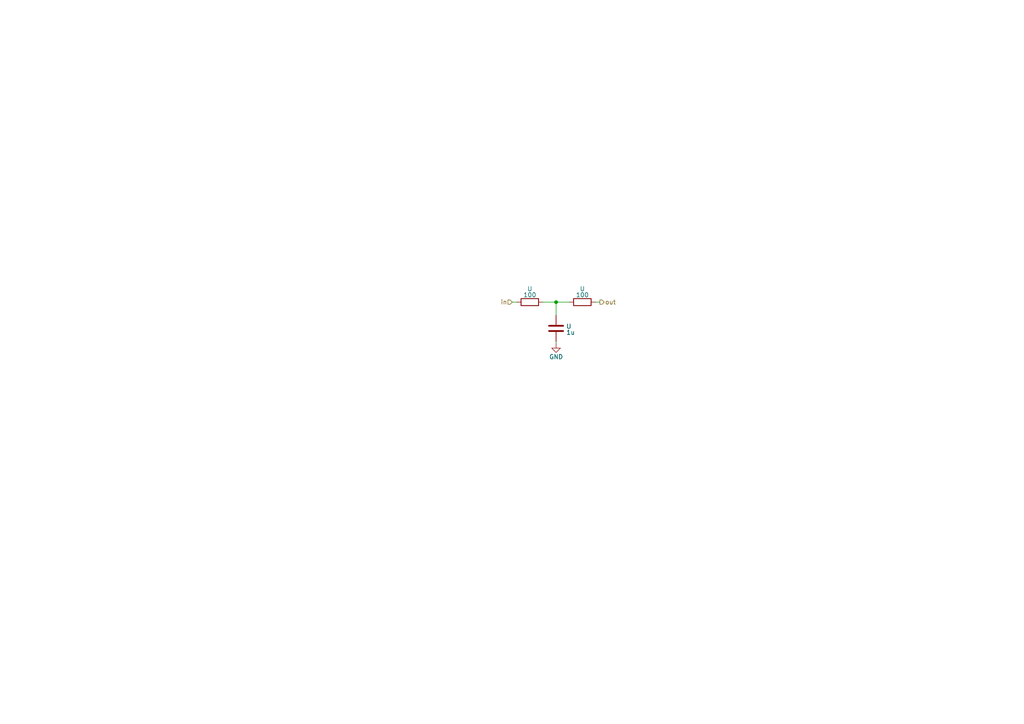
<source format=kicad_sch>
(kicad_sch (version 20230121) (generator eeschema)

  (uuid 653165f2-b395-46b4-92da-df4011983d82)

  (paper "A4")

  (lib_symbols
    (symbol "Device:C" (pin_numbers hide) (pin_names (offset 0.254)) (in_bom yes) (on_board yes)
      (property "Reference" "C" (at 0.635 2.54 0)
        (effects (font (size 1.27 1.27)) (justify left))
      )
      (property "Value" "C" (at 0.635 -2.54 0)
        (effects (font (size 1.27 1.27)) (justify left))
      )
      (property "Footprint" "" (at 0.9652 -3.81 0)
        (effects (font (size 1.27 1.27)) hide)
      )
      (property "Datasheet" "~" (at 0 0 0)
        (effects (font (size 1.27 1.27)) hide)
      )
      (property "ki_keywords" "cap capacitor" (at 0 0 0)
        (effects (font (size 1.27 1.27)) hide)
      )
      (property "ki_description" "Unpolarized capacitor" (at 0 0 0)
        (effects (font (size 1.27 1.27)) hide)
      )
      (property "ki_fp_filters" "C_*" (at 0 0 0)
        (effects (font (size 1.27 1.27)) hide)
      )
      (symbol "C_0_1"
        (polyline
          (pts
            (xy -2.032 -0.762)
            (xy 2.032 -0.762)
          )
          (stroke (width 0.508) (type default))
          (fill (type none))
        )
        (polyline
          (pts
            (xy -2.032 0.762)
            (xy 2.032 0.762)
          )
          (stroke (width 0.508) (type default))
          (fill (type none))
        )
      )
      (symbol "C_1_1"
        (pin passive line (at 0 3.81 270) (length 2.794)
          (name "~" (effects (font (size 1.27 1.27))))
          (number "1" (effects (font (size 1.27 1.27))))
        )
        (pin passive line (at 0 -3.81 90) (length 2.794)
          (name "~" (effects (font (size 1.27 1.27))))
          (number "2" (effects (font (size 1.27 1.27))))
        )
      )
    )
    (symbol "Device:R" (pin_numbers hide) (pin_names (offset 0)) (in_bom yes) (on_board yes)
      (property "Reference" "R" (at 2.032 0 90)
        (effects (font (size 1.27 1.27)))
      )
      (property "Value" "R" (at 0 0 90)
        (effects (font (size 1.27 1.27)))
      )
      (property "Footprint" "" (at -1.778 0 90)
        (effects (font (size 1.27 1.27)) hide)
      )
      (property "Datasheet" "~" (at 0 0 0)
        (effects (font (size 1.27 1.27)) hide)
      )
      (property "ki_keywords" "R res resistor" (at 0 0 0)
        (effects (font (size 1.27 1.27)) hide)
      )
      (property "ki_description" "Resistor" (at 0 0 0)
        (effects (font (size 1.27 1.27)) hide)
      )
      (property "ki_fp_filters" "R_*" (at 0 0 0)
        (effects (font (size 1.27 1.27)) hide)
      )
      (symbol "R_0_1"
        (rectangle (start -1.016 -2.54) (end 1.016 2.54)
          (stroke (width 0.254) (type default))
          (fill (type none))
        )
      )
      (symbol "R_1_1"
        (pin passive line (at 0 3.81 270) (length 1.27)
          (name "~" (effects (font (size 1.27 1.27))))
          (number "1" (effects (font (size 1.27 1.27))))
        )
        (pin passive line (at 0 -3.81 90) (length 1.27)
          (name "~" (effects (font (size 1.27 1.27))))
          (number "2" (effects (font (size 1.27 1.27))))
        )
      )
    )
    (symbol "power:GND" (power) (pin_names (offset 0)) (in_bom yes) (on_board yes)
      (property "Reference" "#PWR" (at 0 -6.35 0)
        (effects (font (size 1.27 1.27)) hide)
      )
      (property "Value" "GND" (at 0 -3.81 0)
        (effects (font (size 1.27 1.27)))
      )
      (property "Footprint" "" (at 0 0 0)
        (effects (font (size 1.27 1.27)) hide)
      )
      (property "Datasheet" "" (at 0 0 0)
        (effects (font (size 1.27 1.27)) hide)
      )
      (property "ki_keywords" "power-flag" (at 0 0 0)
        (effects (font (size 1.27 1.27)) hide)
      )
      (property "ki_description" "Power symbol creates a global label with name \"GND\" , ground" (at 0 0 0)
        (effects (font (size 1.27 1.27)) hide)
      )
      (symbol "GND_0_1"
        (polyline
          (pts
            (xy 0 0)
            (xy 0 -1.27)
            (xy 1.27 -1.27)
            (xy 0 -2.54)
            (xy -1.27 -1.27)
            (xy 0 -1.27)
          )
          (stroke (width 0) (type default))
          (fill (type none))
        )
      )
      (symbol "GND_1_1"
        (pin power_in line (at 0 0 270) (length 0) hide
          (name "GND" (effects (font (size 1.27 1.27))))
          (number "1" (effects (font (size 1.27 1.27))))
        )
      )
    )
  )

  (junction (at 161.29 87.63) (diameter 0) (color 0 0 0 0)
    (uuid 61a8c1a2-e2dd-4c64-a18f-a9d84004e6c2)
  )

  (wire (pts (xy 148.59 87.63) (xy 149.86 87.63))
    (stroke (width 0) (type default))
    (uuid 3baab755-bd97-4628-b156-0da9d264a26e)
  )
  (wire (pts (xy 157.48 87.63) (xy 161.29 87.63))
    (stroke (width 0) (type default))
    (uuid 4a94ce7d-c1c7-4578-9613-6e9dd7598014)
  )
  (wire (pts (xy 161.29 99.695) (xy 161.29 99.06))
    (stroke (width 0) (type default))
    (uuid 5523f710-c4b7-45eb-aa8d-6d2e7a2e75d5)
  )
  (wire (pts (xy 161.29 91.44) (xy 161.29 87.63))
    (stroke (width 0) (type default))
    (uuid 6ac6455d-424e-4409-abf1-4ac47be70843)
  )
  (wire (pts (xy 172.72 87.63) (xy 173.99 87.63))
    (stroke (width 0) (type default))
    (uuid ce33d6eb-b53e-4d64-bfc9-e202a16d7f1f)
  )
  (wire (pts (xy 165.1 87.63) (xy 161.29 87.63))
    (stroke (width 0) (type default))
    (uuid de0cb652-bd1c-4098-b680-87b98e9465c8)
  )

  (hierarchical_label "in" (shape input) (at 148.59 87.63 180) (fields_autoplaced)
    (effects (font (size 1.27 1.27)) (justify right))
    (uuid 804c72e7-40fe-4feb-96db-807d74dd32e5)
  )
  (hierarchical_label "out" (shape output) (at 173.99 87.63 0) (fields_autoplaced)
    (effects (font (size 1.27 1.27)) (justify left))
    (uuid ece9b868-f3a9-49d5-861f-6a4ade358ed4)
  )

  (symbol (lib_id "Device:C") (at 161.29 95.25 0) (unit 1)
    (in_bom yes) (on_board yes) (dnp no) (fields_autoplaced)
    (uuid 095e1ba3-2974-4f8f-a24c-c096c7121cf9)
    (property "Reference" "U" (at 164.211 94.6555 0)
      (effects (font (size 1.27 1.27)) (justify left))
    )
    (property "Value" "1u" (at 164.211 96.4177 0)
      (effects (font (size 1.27 1.27)) (justify left))
    )
    (property "Footprint" "" (at 162.2552 99.06 0)
      (effects (font (size 1.27 1.27)) hide)
    )
    (property "Datasheet" "~" (at 161.29 95.25 0)
      (effects (font (size 1.27 1.27)) hide)
    )
    (pin "1" (uuid f07d0ccf-31d7-45b6-9241-6513028d66c7))
    (pin "2" (uuid 6c714c2a-0b1b-4214-b6af-18ad2bb9d064))
    (instances
      (project "subsheet1"
        (path "/653165f2-b395-46b4-92da-df4011983d82"
          (reference "U") (unit 1)
        )
      )
      (project "subsheets"
        (path "/e63e39d7-6ac0-4ffd-8aa3-1841a4541b55/51ab3a6c-36b1-4056-a2d2-39c83ee99c02"
          (reference "C2") (unit 1)
        )
      )
    )
  )

  (symbol (lib_id "power:GND") (at 161.29 99.695 0) (unit 1)
    (in_bom yes) (on_board yes) (dnp no) (fields_autoplaced)
    (uuid 0ead21e7-55b1-4314-868c-b00eb077f41c)
    (property "Reference" "U" (at 161.29 106.045 0)
      (effects (font (size 1.27 1.27)) hide)
    )
    (property "Value" "GND" (at 161.29 103.505 0)
      (effects (font (size 1.27 1.27)))
    )
    (property "Footprint" "" (at 161.29 99.695 0)
      (effects (font (size 1.27 1.27)) hide)
    )
    (property "Datasheet" "" (at 161.29 99.695 0)
      (effects (font (size 1.27 1.27)) hide)
    )
    (pin "1" (uuid 19a547a3-3c1b-4cb4-b542-87c409928a1e))
    (instances
      (project "subsheet1"
        (path "/653165f2-b395-46b4-92da-df4011983d82"
          (reference "U") (unit 1)
        )
      )
      (project "subsheets"
        (path "/e63e39d7-6ac0-4ffd-8aa3-1841a4541b55/51ab3a6c-36b1-4056-a2d2-39c83ee99c02"
          (reference "#PWR05") (unit 1)
        )
      )
    )
  )

  (symbol (lib_id "Device:R") (at 168.91 87.63 90) (unit 1)
    (in_bom yes) (on_board yes) (dnp no) (fields_autoplaced)
    (uuid 24300085-c511-46c8-b0a8-c435ed72984b)
    (property "Reference" "U" (at 168.91 83.7819 90)
      (effects (font (size 1.27 1.27)))
    )
    (property "Value" "100" (at 168.91 85.5441 90)
      (effects (font (size 1.27 1.27)))
    )
    (property "Footprint" "" (at 168.91 89.408 90)
      (effects (font (size 1.27 1.27)) hide)
    )
    (property "Datasheet" "~" (at 168.91 87.63 0)
      (effects (font (size 1.27 1.27)) hide)
    )
    (pin "1" (uuid 5a7bff44-7b50-49bc-a53e-5ad2d385cd23))
    (pin "2" (uuid 88a023ae-f2fe-4b6c-8112-7557bd5d8594))
    (instances
      (project "subsheet1"
        (path "/653165f2-b395-46b4-92da-df4011983d82"
          (reference "U") (unit 1)
        )
      )
      (project "subsheets"
        (path "/e63e39d7-6ac0-4ffd-8aa3-1841a4541b55/51ab3a6c-36b1-4056-a2d2-39c83ee99c02"
          (reference "R6") (unit 1)
        )
      )
    )
  )

  (symbol (lib_id "Device:R") (at 153.67 87.63 90) (unit 1)
    (in_bom yes) (on_board yes) (dnp no) (fields_autoplaced)
    (uuid 84fb99cd-cd4d-45fa-95d5-fc922374f67b)
    (property "Reference" "U" (at 153.67 83.7819 90)
      (effects (font (size 1.27 1.27)))
    )
    (property "Value" "100" (at 153.67 85.5441 90)
      (effects (font (size 1.27 1.27)))
    )
    (property "Footprint" "" (at 153.67 89.408 90)
      (effects (font (size 1.27 1.27)) hide)
    )
    (property "Datasheet" "~" (at 153.67 87.63 0)
      (effects (font (size 1.27 1.27)) hide)
    )
    (pin "1" (uuid 7dfe7602-471c-4188-a229-9f6d8c682255))
    (pin "2" (uuid c5681d2b-0499-45c5-831e-5e410cc5e54e))
    (instances
      (project "subsheet1"
        (path "/653165f2-b395-46b4-92da-df4011983d82"
          (reference "U") (unit 1)
        )
      )
      (project "subsheets"
        (path "/e63e39d7-6ac0-4ffd-8aa3-1841a4541b55/51ab3a6c-36b1-4056-a2d2-39c83ee99c02"
          (reference "R4") (unit 1)
        )
      )
    )
  )

  (sheet_instances
    (path "/" (page "1"))
  )
)

</source>
